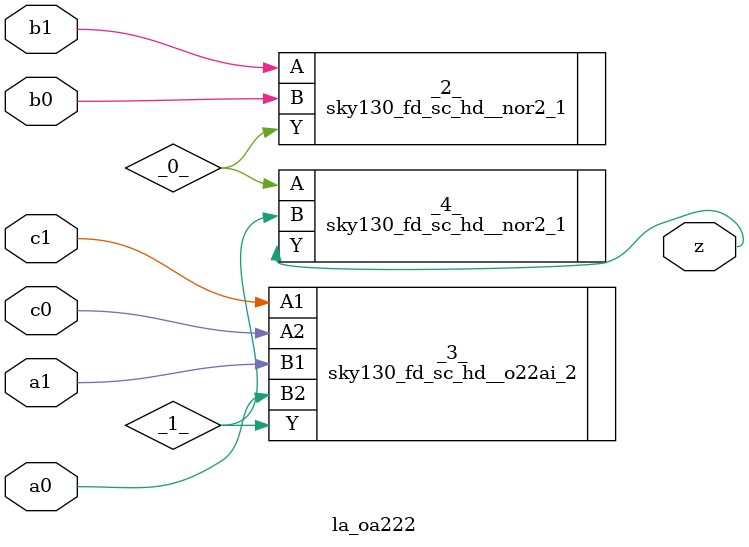
<source format=v>

/* Generated by Yosys 0.44 (git sha1 80ba43d26, g++ 11.4.0-1ubuntu1~22.04 -fPIC -O3) */

(* top =  1  *)
(* src = "inputs/la_oa222.v:10.1-24.10" *)
module la_oa222 (
    a0,
    a1,
    b0,
    b1,
    c0,
    c1,
    z
);
  wire _0_;
  wire _1_;
  (* src = "inputs/la_oa222.v:13.12-13.14" *)
  input a0;
  wire a0;
  (* src = "inputs/la_oa222.v:14.12-14.14" *)
  input a1;
  wire a1;
  (* src = "inputs/la_oa222.v:15.12-15.14" *)
  input b0;
  wire b0;
  (* src = "inputs/la_oa222.v:16.12-16.14" *)
  input b1;
  wire b1;
  (* src = "inputs/la_oa222.v:17.12-17.14" *)
  input c0;
  wire c0;
  (* src = "inputs/la_oa222.v:18.12-18.14" *)
  input c1;
  wire c1;
  (* src = "inputs/la_oa222.v:19.12-19.13" *)
  output z;
  wire z;
  sky130_fd_sc_hd__nor2_1 _2_ (
      .A(b1),
      .B(b0),
      .Y(_0_)
  );
  sky130_fd_sc_hd__o22ai_2 _3_ (
      .A1(c1),
      .A2(c0),
      .B1(a1),
      .B2(a0),
      .Y (_1_)
  );
  sky130_fd_sc_hd__nor2_1 _4_ (
      .A(_0_),
      .B(_1_),
      .Y(z)
  );
endmodule

</source>
